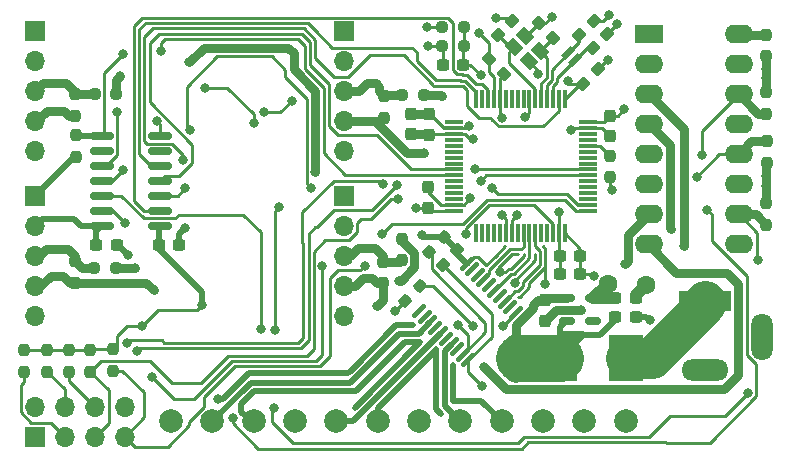
<source format=gtl>
%TF.GenerationSoftware,KiCad,Pcbnew,(6.0.10-0)*%
%TF.CreationDate,2023-01-29T13:48:31-06:00*%
%TF.ProjectId,spudglo_driver_v4p2,73707564-676c-46f5-9f64-72697665725f,rev?*%
%TF.SameCoordinates,Original*%
%TF.FileFunction,Copper,L1,Top*%
%TF.FilePolarity,Positive*%
%FSLAX46Y46*%
G04 Gerber Fmt 4.6, Leading zero omitted, Abs format (unit mm)*
G04 Created by KiCad (PCBNEW (6.0.10-0)) date 2023-01-29 13:48:31*
%MOMM*%
%LPD*%
G01*
G04 APERTURE LIST*
G04 Aperture macros list*
%AMRoundRect*
0 Rectangle with rounded corners*
0 $1 Rounding radius*
0 $2 $3 $4 $5 $6 $7 $8 $9 X,Y pos of 4 corners*
0 Add a 4 corners polygon primitive as box body*
4,1,4,$2,$3,$4,$5,$6,$7,$8,$9,$2,$3,0*
0 Add four circle primitives for the rounded corners*
1,1,$1+$1,$2,$3*
1,1,$1+$1,$4,$5*
1,1,$1+$1,$6,$7*
1,1,$1+$1,$8,$9*
0 Add four rect primitives between the rounded corners*
20,1,$1+$1,$2,$3,$4,$5,0*
20,1,$1+$1,$4,$5,$6,$7,0*
20,1,$1+$1,$6,$7,$8,$9,0*
20,1,$1+$1,$8,$9,$2,$3,0*%
%AMRotRect*
0 Rectangle, with rotation*
0 The origin of the aperture is its center*
0 $1 length*
0 $2 width*
0 $3 Rotation angle, in degrees counterclockwise*
0 Add horizontal line*
21,1,$1,$2,0,0,$3*%
G04 Aperture macros list end*
%TA.AperFunction,SMDPad,CuDef*%
%ADD10RoundRect,0.237500X0.250000X0.237500X-0.250000X0.237500X-0.250000X-0.237500X0.250000X-0.237500X0*%
%TD*%
%TA.AperFunction,ComponentPad*%
%ADD11C,2.000000*%
%TD*%
%TA.AperFunction,SMDPad,CuDef*%
%ADD12RoundRect,0.237500X-0.044194X-0.380070X0.380070X0.044194X0.044194X0.380070X-0.380070X-0.044194X0*%
%TD*%
%TA.AperFunction,SMDPad,CuDef*%
%ADD13RotRect,0.575000X1.140000X135.000000*%
%TD*%
%TA.AperFunction,SMDPad,CuDef*%
%ADD14RotRect,1.000000X1.200000X45.000000*%
%TD*%
%TA.AperFunction,SMDPad,CuDef*%
%ADD15RoundRect,0.237500X-0.380070X0.044194X0.044194X-0.380070X0.380070X-0.044194X-0.044194X0.380070X0*%
%TD*%
%TA.AperFunction,SMDPad,CuDef*%
%ADD16RoundRect,0.237500X-0.300000X-0.237500X0.300000X-0.237500X0.300000X0.237500X-0.300000X0.237500X0*%
%TD*%
%TA.AperFunction,SMDPad,CuDef*%
%ADD17RoundRect,0.237500X0.380070X-0.044194X-0.044194X0.380070X-0.380070X0.044194X0.044194X-0.380070X0*%
%TD*%
%TA.AperFunction,SMDPad,CuDef*%
%ADD18RoundRect,0.237500X0.300000X0.237500X-0.300000X0.237500X-0.300000X-0.237500X0.300000X-0.237500X0*%
%TD*%
%TA.AperFunction,SMDPad,CuDef*%
%ADD19RoundRect,0.237500X-0.237500X0.300000X-0.237500X-0.300000X0.237500X-0.300000X0.237500X0.300000X0*%
%TD*%
%TA.AperFunction,SMDPad,CuDef*%
%ADD20RoundRect,0.237500X0.237500X-0.300000X0.237500X0.300000X-0.237500X0.300000X-0.237500X-0.300000X0*%
%TD*%
%TA.AperFunction,SMDPad,CuDef*%
%ADD21RoundRect,0.237500X-0.237500X0.250000X-0.237500X-0.250000X0.237500X-0.250000X0.237500X0.250000X0*%
%TD*%
%TA.AperFunction,SMDPad,CuDef*%
%ADD22RoundRect,0.237500X-0.008839X-0.344715X0.344715X0.008839X0.008839X0.344715X-0.344715X-0.008839X0*%
%TD*%
%TA.AperFunction,SMDPad,CuDef*%
%ADD23RoundRect,0.237500X-0.250000X-0.237500X0.250000X-0.237500X0.250000X0.237500X-0.250000X0.237500X0*%
%TD*%
%TA.AperFunction,SMDPad,CuDef*%
%ADD24RoundRect,0.237500X0.237500X-0.250000X0.237500X0.250000X-0.237500X0.250000X-0.237500X-0.250000X0*%
%TD*%
%TA.AperFunction,ComponentPad*%
%ADD25R,4.400000X1.800000*%
%TD*%
%TA.AperFunction,ComponentPad*%
%ADD26O,4.000000X1.800000*%
%TD*%
%TA.AperFunction,ComponentPad*%
%ADD27O,1.800000X4.000000*%
%TD*%
%TA.AperFunction,ComponentPad*%
%ADD28R,1.700000X1.700000*%
%TD*%
%TA.AperFunction,ComponentPad*%
%ADD29O,1.700000X1.700000*%
%TD*%
%TA.AperFunction,ComponentPad*%
%ADD30R,2.400000X1.600000*%
%TD*%
%TA.AperFunction,ComponentPad*%
%ADD31O,2.400000X1.600000*%
%TD*%
%TA.AperFunction,SMDPad,CuDef*%
%ADD32RoundRect,0.075000X-0.075000X0.700000X-0.075000X-0.700000X0.075000X-0.700000X0.075000X0.700000X0*%
%TD*%
%TA.AperFunction,SMDPad,CuDef*%
%ADD33RoundRect,0.075000X-0.700000X0.075000X-0.700000X-0.075000X0.700000X-0.075000X0.700000X0.075000X0*%
%TD*%
%TA.AperFunction,SMDPad,CuDef*%
%ADD34RoundRect,0.150000X0.825000X0.150000X-0.825000X0.150000X-0.825000X-0.150000X0.825000X-0.150000X0*%
%TD*%
%TA.AperFunction,SMDPad,CuDef*%
%ADD35RoundRect,0.100000X0.380070X0.521491X-0.521491X-0.380070X-0.380070X-0.521491X0.521491X0.380070X0*%
%TD*%
%TA.AperFunction,SMDPad,CuDef*%
%ADD36RoundRect,0.150000X-0.512500X-0.150000X0.512500X-0.150000X0.512500X0.150000X-0.512500X0.150000X0*%
%TD*%
%TA.AperFunction,SMDPad,CuDef*%
%ADD37R,3.000000X4.000000*%
%TD*%
%TA.AperFunction,ViaPad*%
%ADD38C,0.800000*%
%TD*%
%TA.AperFunction,ViaPad*%
%ADD39C,1.600000*%
%TD*%
%TA.AperFunction,ViaPad*%
%ADD40C,2.000000*%
%TD*%
%TA.AperFunction,Conductor*%
%ADD41C,0.250000*%
%TD*%
%TA.AperFunction,Conductor*%
%ADD42C,0.500000*%
%TD*%
%TA.AperFunction,Conductor*%
%ADD43C,0.750000*%
%TD*%
%TA.AperFunction,Conductor*%
%ADD44C,3.500000*%
%TD*%
%TA.AperFunction,Conductor*%
%ADD45C,2.000000*%
%TD*%
%TA.AperFunction,Conductor*%
%ADD46C,1.000000*%
%TD*%
%TA.AperFunction,Conductor*%
%ADD47C,4.000000*%
%TD*%
G04 APERTURE END LIST*
D10*
%TO.P,R23,1*%
%TO.N,/spudglo_v4p2_micro/NRST*%
X237250000Y-51300000D03*
%TO.P,R23,2*%
%TO.N,GND1*%
X235425000Y-51300000D03*
%TD*%
D11*
%TO.P,J3,1,1*%
%TO.N,+5V*%
X212452000Y-83058000D03*
%TO.P,J3,2,2*%
%TO.N,/spudglo_v4p2_micro/TIM1_CH1_SHIFT*%
X215952000Y-83058000D03*
%TO.P,J3,3,3*%
%TO.N,GND1*%
X219452000Y-83058000D03*
%TO.P,J3,4,4*%
%TO.N,+5V*%
X222952000Y-83058000D03*
%TO.P,J3,5,5*%
%TO.N,/spudglo_v4p2_micro/TIM1_CH2_SHIFT*%
X226452000Y-83058000D03*
%TO.P,J3,6,6*%
%TO.N,GND1*%
X229952000Y-83058000D03*
%TO.P,J3,7,7*%
%TO.N,+5V*%
X233452000Y-83058000D03*
%TO.P,J3,8,8*%
%TO.N,/spudglo_v4p2_micro/TIM1_CH3_SHIFT*%
X236952000Y-83058000D03*
%TO.P,J3,9,9*%
%TO.N,GND1*%
X240452000Y-83058000D03*
%TO.P,J3,10,10*%
%TO.N,+5V*%
X243952000Y-83058000D03*
%TO.P,J3,11,11*%
%TO.N,GND1*%
X247452000Y-83058000D03*
%TO.P,J3,12,12*%
X250952000Y-83058000D03*
%TD*%
D12*
%TO.P,C5,1*%
%TO.N,Net-(U10-Pad4)*%
X247048318Y-50378318D03*
%TO.P,C5,2*%
%TO.N,GND1*%
X248268078Y-49158558D03*
%TD*%
D13*
%TO.P,U7,1,1*%
%TO.N,Net-(C4-Pad1)*%
X246691682Y-52471682D03*
%TO.P,U7,2,2*%
%TO.N,Net-(U10-Pad4)*%
X246108318Y-51888318D03*
%TD*%
D14*
%TO.P,U8,1,IN/OUT*%
%TO.N,/spudglo_v4p2_micro/OSC48_LO*%
X241549340Y-51368579D03*
%TO.P,U8,2,GND*%
%TO.N,GND1*%
X242751421Y-52570660D03*
%TO.P,U8,3,OUT/IN*%
%TO.N,/spudglo_v4p2_micro/OSC48_HI*%
X243670660Y-51651421D03*
%TO.P,U8,4,GND*%
%TO.N,GND1*%
X242468579Y-50449340D03*
%TD*%
D15*
%TO.P,C13,1*%
%TO.N,+3V3*%
X239430240Y-52380240D03*
%TO.P,C13,2*%
%TO.N,GND1*%
X240650000Y-53600000D03*
%TD*%
D16*
%TO.P,C2,1*%
%TO.N,+5V*%
X206140000Y-68110000D03*
%TO.P,C2,2*%
%TO.N,GND1*%
X207865000Y-68110000D03*
%TD*%
D12*
%TO.P,C3,1*%
%TO.N,/spudglo_v4p2_micro/OSC48_LO*%
X240140240Y-50379760D03*
%TO.P,C3,2*%
%TO.N,GND1*%
X241360000Y-49160000D03*
%TD*%
%TO.P,C4,2*%
%TO.N,GND1*%
X249388078Y-50238558D03*
%TO.P,C4,1*%
%TO.N,Net-(C4-Pad1)*%
X248168318Y-51458318D03*
%TD*%
%TO.P,C6,1*%
%TO.N,+5V*%
X235470000Y-69770000D03*
%TO.P,C6,2*%
%TO.N,GND1*%
X236689760Y-68550240D03*
%TD*%
D17*
%TO.P,C7,1*%
%TO.N,/spudglo_v4p2_micro/OSC48_HI*%
X244820000Y-50580000D03*
%TO.P,C7,2*%
%TO.N,GND1*%
X243600240Y-49360240D03*
%TD*%
D18*
%TO.P,C8,1*%
%TO.N,/spudglo_v4p2_micro/NRST*%
X237202500Y-52870000D03*
%TO.P,C8,2*%
%TO.N,GND1*%
X235477500Y-52870000D03*
%TD*%
D19*
%TO.P,C9,1*%
%TO.N,+3V3*%
X249670000Y-57177500D03*
%TO.P,C9,2*%
%TO.N,GND1*%
X249670000Y-58902500D03*
%TD*%
D20*
%TO.P,C10,1*%
%TO.N,+3V3*%
X234300000Y-58772500D03*
%TO.P,C10,2*%
%TO.N,GND1*%
X234300000Y-57047500D03*
%TD*%
D12*
%TO.P,C11,1*%
%TO.N,+3V3*%
X247370120Y-54469880D03*
%TO.P,C11,2*%
%TO.N,GND1*%
X248589880Y-53250120D03*
%TD*%
D20*
%TO.P,C12,1*%
%TO.N,+3V3*%
X234260000Y-64955000D03*
%TO.P,C12,2*%
%TO.N,GND1*%
X234260000Y-63230000D03*
%TD*%
%TO.P,C14,1*%
%TO.N,+3V3*%
X232760000Y-58755000D03*
%TO.P,C14,2*%
%TO.N,GND1*%
X232760000Y-57030000D03*
%TD*%
D19*
%TO.P,C15,1*%
%TO.N,+5V*%
X244100000Y-72797500D03*
%TO.P,C15,2*%
%TO.N,GND1*%
X244100000Y-74522500D03*
%TD*%
D18*
%TO.P,C16,1*%
%TO.N,+3V3*%
X247135000Y-69030000D03*
%TO.P,C16,2*%
%TO.N,GND1*%
X245410000Y-69030000D03*
%TD*%
%TO.P,C17,1*%
%TO.N,+3V3*%
X247132500Y-70590000D03*
%TO.P,C17,2*%
%TO.N,GND1*%
X245407500Y-70590000D03*
%TD*%
D16*
%TO.P,C18,1*%
%TO.N,+3V3*%
X250077500Y-72610000D03*
%TO.P,C18,2*%
%TO.N,GND1*%
X251802500Y-72610000D03*
%TD*%
%TO.P,C19,1*%
%TO.N,+5V*%
X250077500Y-74200000D03*
%TO.P,C19,2*%
%TO.N,GND1*%
X251802500Y-74200000D03*
%TD*%
D21*
%TO.P,R22,1*%
%TO.N,+3V3*%
X200060000Y-77005000D03*
%TO.P,R22,2*%
%TO.N,/spudglo_v4p2_micro/NJTRST*%
X200060000Y-78830000D03*
%TD*%
%TO.P,R21,1*%
%TO.N,+3V3*%
X201980000Y-77025000D03*
%TO.P,R21,2*%
%TO.N,/spudglo_v4p2_micro/JTDO*%
X201980000Y-78850000D03*
%TD*%
%TO.P,R20,1*%
%TO.N,+3V3*%
X205630000Y-77020000D03*
%TO.P,R20,2*%
%TO.N,/spudglo_v4p2_micro/JTDI*%
X205630000Y-78845000D03*
%TD*%
%TO.P,R19,1*%
%TO.N,+3V3*%
X203870000Y-77037500D03*
%TO.P,R19,2*%
%TO.N,/spudglo_v4p2_micro/SWCLK*%
X203870000Y-78862500D03*
%TD*%
%TO.P,R18,1*%
%TO.N,+3V3*%
X207520000Y-76947500D03*
%TO.P,R18,2*%
%TO.N,/spudglo_v4p2_micro/SWDIO*%
X207520000Y-78772500D03*
%TD*%
D22*
%TO.P,R17,1*%
%TO.N,/spudglo_v4p2_micro/LVL_EN*%
X234329530Y-68690470D03*
%TO.P,R17,2*%
%TO.N,GND1*%
X235620000Y-67400000D03*
%TD*%
D23*
%TO.P,R16,1*%
%TO.N,+3V3*%
X235425000Y-49690000D03*
%TO.P,R16,2*%
%TO.N,/spudglo_v4p2_micro/NRST*%
X237250000Y-49690000D03*
%TD*%
D21*
%TO.P,R15,1*%
%TO.N,/spudglo_v4p2_micro/BOOT0*%
X249660000Y-60550000D03*
%TO.P,R15,2*%
%TO.N,GND1*%
X249660000Y-62375000D03*
%TD*%
D22*
%TO.P,R14,1*%
%TO.N,+3V3*%
X232274765Y-72875235D03*
%TO.P,R14,2*%
%TO.N,/spudglo_v4p2_micro/LVL_DIR*%
X233565235Y-71584765D03*
%TD*%
D24*
%TO.P,R13,1*%
%TO.N,+5V*%
X262890000Y-61172500D03*
%TO.P,R13,2*%
%TO.N,/INT_3*%
X262890000Y-59347500D03*
%TD*%
D21*
%TO.P,R12,1*%
%TO.N,+5V*%
X262870000Y-55167500D03*
%TO.P,R12,2*%
%TO.N,/INT_2*%
X262870000Y-56992500D03*
%TD*%
%TO.P,R11,1*%
%TO.N,+5V*%
X262880000Y-64560000D03*
%TO.P,R11,2*%
%TO.N,/INT_4*%
X262880000Y-66385000D03*
%TD*%
D24*
%TO.P,R10,1*%
%TO.N,+5V*%
X262870000Y-52155000D03*
%TO.P,R10,2*%
%TO.N,/INT_1*%
X262870000Y-50330000D03*
%TD*%
D21*
%TO.P,R9,1*%
%TO.N,Net-(R9-Pad1)*%
X232000000Y-67595000D03*
%TO.P,R9,2*%
%TO.N,/OUT_4_P*%
X232000000Y-69420000D03*
%TD*%
D10*
%TO.P,R8,1*%
%TO.N,Net-(R8-Pad1)*%
X233885000Y-55430000D03*
%TO.P,R8,2*%
%TO.N,/OUT_3_P*%
X232060000Y-55430000D03*
%TD*%
%TO.P,R7,1*%
%TO.N,Net-(R7-Pad1)*%
X207785000Y-70100000D03*
%TO.P,R7,2*%
%TO.N,/OUT_2_P*%
X205960000Y-70100000D03*
%TD*%
%TO.P,R6,1*%
%TO.N,Net-(R6-Pad1)*%
X207815000Y-55350000D03*
%TO.P,R6,2*%
%TO.N,/OUT_1_P*%
X205990000Y-55350000D03*
%TD*%
D21*
%TO.P,R5,1*%
%TO.N,/OUT_3_P*%
X230470000Y-55510000D03*
%TO.P,R5,2*%
%TO.N,/OUT_3_N*%
X230470000Y-57335000D03*
%TD*%
%TO.P,R4,1*%
%TO.N,/OUT_2_P*%
X204360000Y-69487500D03*
%TO.P,R4,2*%
%TO.N,/OUT_2_N*%
X204360000Y-71312500D03*
%TD*%
%TO.P,R3,1*%
%TO.N,/OUT_4_P*%
X230430000Y-69527500D03*
%TO.P,R3,2*%
%TO.N,/OUT_4_N*%
X230430000Y-71352500D03*
%TD*%
%TO.P,R1,1*%
%TO.N,/OUT_1_P*%
X204360000Y-55357500D03*
%TO.P,R1,2*%
%TO.N,/OUT_1_N*%
X204360000Y-57182500D03*
%TD*%
D16*
%TO.P,C1,1*%
%TO.N,+3V3*%
X211447500Y-68130000D03*
%TO.P,C1,2*%
%TO.N,GND1*%
X213172500Y-68130000D03*
%TD*%
D25*
%TO.P,J2,1*%
%TO.N,Net-(F1-Pad1)*%
X257718000Y-72898000D03*
D26*
%TO.P,J2,2*%
%TO.N,GND1*%
X257718000Y-78698000D03*
D27*
%TO.P,J2,3*%
X262518000Y-75898000D03*
%TD*%
D28*
%TO.P,U1,1,IN-*%
%TO.N,GND1*%
X200914000Y-50038000D03*
D29*
%TO.P,U1,2,IN+*%
%TO.N,+5V*%
X200914000Y-52578000D03*
%TO.P,U1,3,OUT+*%
%TO.N,/OUT_1_P*%
X200914000Y-55118000D03*
%TO.P,U1,4,OUT-*%
%TO.N,/OUT_1_N*%
X200914000Y-57658000D03*
%TO.P,U1,5,KEY*%
%TO.N,unconnected-(U1-Pad5)*%
X200914000Y-60198000D03*
%TD*%
D28*
%TO.P,U3,1,IN-*%
%TO.N,GND1*%
X227076000Y-64008000D03*
D29*
%TO.P,U3,2,IN+*%
%TO.N,+5V*%
X227076000Y-66548000D03*
%TO.P,U3,3,OUT+*%
%TO.N,/OUT_4_P*%
X227076000Y-69088000D03*
%TO.P,U3,4,OUT-*%
%TO.N,/OUT_4_N*%
X227076000Y-71628000D03*
%TO.P,U3,5,KEY*%
%TO.N,unconnected-(U3-Pad5)*%
X227076000Y-74168000D03*
%TD*%
D28*
%TO.P,U4,1,IN-*%
%TO.N,GND1*%
X200914000Y-64008000D03*
D29*
%TO.P,U4,2,IN+*%
%TO.N,+5V*%
X200914000Y-66548000D03*
%TO.P,U4,3,OUT+*%
%TO.N,/OUT_2_P*%
X200914000Y-69088000D03*
%TO.P,U4,4,OUT-*%
%TO.N,/OUT_2_N*%
X200914000Y-71628000D03*
%TO.P,U4,5,KEY*%
%TO.N,unconnected-(U4-Pad5)*%
X200914000Y-74168000D03*
%TD*%
D28*
%TO.P,U5,1,IN-*%
%TO.N,GND1*%
X227076000Y-50038000D03*
D29*
%TO.P,U5,2,IN+*%
%TO.N,+5V*%
X227076000Y-52578000D03*
%TO.P,U5,3,OUT+*%
%TO.N,/OUT_3_P*%
X227076000Y-55118000D03*
%TO.P,U5,4,OUT-*%
%TO.N,/OUT_3_N*%
X227076000Y-57658000D03*
%TO.P,U5,5,KEY*%
%TO.N,unconnected-(U5-Pad5)*%
X227076000Y-60198000D03*
%TD*%
D28*
%TO.P,J1,1,Pin_1*%
%TO.N,GND1*%
X200924000Y-84333000D03*
D29*
%TO.P,J1,2,Pin_2*%
%TO.N,/spudglo_v4p2_micro/NRST*%
X200924000Y-81793000D03*
%TO.P,J1,3,Pin_3*%
%TO.N,/spudglo_v4p2_micro/NJTRST*%
X203464000Y-84333000D03*
%TO.P,J1,4,Pin_4*%
%TO.N,/spudglo_v4p2_micro/JTDO*%
X203464000Y-81793000D03*
%TO.P,J1,5,Pin_5*%
%TO.N,/spudglo_v4p2_micro/JTDI*%
X206004000Y-84333000D03*
%TO.P,J1,6,Pin_6*%
%TO.N,/spudglo_v4p2_micro/SWCLK*%
X206004000Y-81793000D03*
%TO.P,J1,7,Pin_7*%
%TO.N,/spudglo_v4p2_micro/SWDIO*%
X208544000Y-84333000D03*
%TO.P,J1,8,Pin_8*%
%TO.N,+3V3*%
X208544000Y-81793000D03*
%TD*%
D30*
%TO.P,U6,1,Anode_1*%
%TO.N,Net-(R6-Pad1)*%
X252900000Y-50280000D03*
D31*
%TO.P,U6,2,Cathode_1*%
%TO.N,/OUT_1_N*%
X252900000Y-52820000D03*
%TO.P,U6,3,Anode_2*%
%TO.N,Net-(R7-Pad1)*%
X252900000Y-55360000D03*
%TO.P,U6,4,Cathode_2*%
%TO.N,/OUT_2_N*%
X252900000Y-57900000D03*
%TO.P,U6,5,Anode_3*%
%TO.N,Net-(R8-Pad1)*%
X252900000Y-60440000D03*
%TO.P,U6,6,Cathode_3*%
%TO.N,/OUT_3_N*%
X252900000Y-62980000D03*
%TO.P,U6,7,Anode_4*%
%TO.N,Net-(R9-Pad1)*%
X252900000Y-65520000D03*
%TO.P,U6,8,Cathode_4*%
%TO.N,/OUT_4_N*%
X252900000Y-68060000D03*
%TO.P,U6,9,Emitter_4*%
%TO.N,GND1*%
X260520000Y-68060000D03*
%TO.P,U6,10,Collector_4*%
%TO.N,/INT_4*%
X260520000Y-65520000D03*
%TO.P,U6,11,Emitter_3*%
%TO.N,GND1*%
X260520000Y-62980000D03*
%TO.P,U6,12,Collector_3*%
%TO.N,/INT_3*%
X260520000Y-60440000D03*
%TO.P,U6,13,Emitter_2*%
%TO.N,GND1*%
X260520000Y-57900000D03*
%TO.P,U6,14,Collector_2*%
%TO.N,/INT_2*%
X260520000Y-55360000D03*
%TO.P,U6,15,Emitter_1*%
%TO.N,GND1*%
X260520000Y-52820000D03*
%TO.P,U6,16,Collector_1*%
%TO.N,/INT_1*%
X260520000Y-50280000D03*
%TD*%
D32*
%TO.P,U10,1,VBAT*%
%TO.N,+3V3*%
X245812000Y-55793000D03*
%TO.P,U10,2,PC13/WKUP2*%
%TO.N,WKUP2*%
X245312000Y-55793000D03*
%TO.P,U10,3,PC14_OSC32_IN*%
%TO.N,Net-(C4-Pad1)*%
X244812000Y-55793000D03*
%TO.P,U10,4,PC15_OSC32_OUT*%
%TO.N,Net-(U10-Pad4)*%
X244312000Y-55793000D03*
%TO.P,U10,5,PH0/OSCIN*%
%TO.N,/spudglo_v4p2_micro/OSC48_HI*%
X243812000Y-55793000D03*
%TO.P,U10,6,PH1/OSCOUT*%
%TO.N,/spudglo_v4p2_micro/OSC48_LO*%
X243312000Y-55793000D03*
%TO.P,U10,7,NRST*%
%TO.N,/spudglo_v4p2_micro/NRST*%
X242812000Y-55793000D03*
%TO.P,U10,8,PC0/LPUART1_RX*%
%TO.N,unconnected-(U10-Pad8)*%
X242312000Y-55793000D03*
%TO.P,U10,9,PC1/LPUART1_TX*%
%TO.N,unconnected-(U10-Pad9)*%
X241812000Y-55793000D03*
%TO.P,U10,10,PC2/SPI2_MISO*%
%TO.N,unconnected-(U10-Pad10)*%
X241312000Y-55793000D03*
%TO.P,U10,11,PC3/SPI2_MOSI*%
%TO.N,unconnected-(U10-Pad11)*%
X240812000Y-55793000D03*
%TO.P,U10,12,VSSA*%
%TO.N,GND1*%
X240312000Y-55793000D03*
%TO.P,U10,13,VDDA*%
%TO.N,+3V3*%
X239812000Y-55793000D03*
%TO.P,U10,14,PA0_WKUP1*%
%TO.N,WKUP1*%
X239312000Y-55793000D03*
%TO.P,U10,15,PA1_SPI1_SCK*%
%TO.N,unconnected-(U10-Pad15)*%
X238812000Y-55793000D03*
%TO.P,U10,16,PA2/LPUART1_TX/TIM2_CH3/WKUP4*%
%TO.N,WKUP4*%
X238312000Y-55793000D03*
D33*
%TO.P,U10,17,PA3/LPUART1_RX/TIM2_CH4*%
%TO.N,unconnected-(U10-Pad17)*%
X236387000Y-57718000D03*
%TO.P,U10,18,VSS*%
%TO.N,GND1*%
X236387000Y-58218000D03*
%TO.P,U10,19,VDD*%
%TO.N,+3V3*%
X236387000Y-58718000D03*
%TO.P,U10,20,PA4/SPI1_NSS/LPTIM2_OUT*%
%TO.N,unconnected-(U10-Pad20)*%
X236387000Y-59218000D03*
%TO.P,U10,21,PA5/SPI1_SCK/TIM2_CH1*%
%TO.N,unconnected-(U10-Pad21)*%
X236387000Y-59718000D03*
%TO.P,U10,22,PA6/TIM16_CH1*%
%TO.N,unconnected-(U10-Pad22)*%
X236387000Y-60218000D03*
%TO.P,U10,23,PA7/SPI1_MOSI*%
%TO.N,unconnected-(U10-Pad23)*%
X236387000Y-60718000D03*
%TO.P,U10,24,PC4/USART3_TX*%
%TO.N,unconnected-(U10-Pad24)*%
X236387000Y-61218000D03*
%TO.P,U10,25,PC5/USART3_RX/WKUP5*%
%TO.N,WKUP3*%
X236387000Y-61718000D03*
%TO.P,U10,26,PB0*%
%TO.N,INT_LVL_EN*%
X236387000Y-62218000D03*
%TO.P,U10,27,PB1*%
%TO.N,unconnected-(U10-Pad27)*%
X236387000Y-62718000D03*
%TO.P,U10,28,PB2*%
%TO.N,unconnected-(U10-Pad28)*%
X236387000Y-63218000D03*
%TO.P,U10,29,PB10/LPUART1_RX/SPI2_SCK/TIM2_CH3/I2C2_SCL*%
%TO.N,unconnected-(U10-Pad29)*%
X236387000Y-63718000D03*
%TO.P,U10,30,PB11/USART3_RX/LPUART1_TX/TIM2_CH4/I2C2_SDA*%
%TO.N,unconnected-(U10-Pad30)*%
X236387000Y-64218000D03*
%TO.P,U10,31,VSS*%
%TO.N,GND1*%
X236387000Y-64718000D03*
%TO.P,U10,32,VDD*%
%TO.N,+3V3*%
X236387000Y-65218000D03*
D32*
%TO.P,U10,33,PB12*%
%TO.N,unconnected-(U10-Pad33)*%
X238312000Y-67143000D03*
%TO.P,U10,34,PB13*%
%TO.N,unconnected-(U10-Pad34)*%
X238812000Y-67143000D03*
%TO.P,U10,35,PB14/SPI2_MISO/TIM15_CH1*%
%TO.N,unconnected-(U10-Pad35)*%
X239312000Y-67143000D03*
%TO.P,U10,36,PB15/SPI2_MOSI/TIM15_CH2*%
%TO.N,unconnected-(U10-Pad36)*%
X239812000Y-67143000D03*
%TO.P,U10,37,PC6*%
%TO.N,unconnected-(U10-Pad37)*%
X240312000Y-67143000D03*
%TO.P,U10,38,PC7*%
%TO.N,/spudglo_v4p2_micro/LVL_EN*%
X240812000Y-67143000D03*
%TO.P,U10,39,PC8*%
%TO.N,/spudglo_v4p2_micro/LVL_DIR*%
X241312000Y-67143000D03*
%TO.P,U10,40,PC9*%
%TO.N,unconnected-(U10-Pad40)*%
X241812000Y-67143000D03*
%TO.P,U10,41,PA8/TIM1_CH1*%
%TO.N,/spudglo_v4p2_micro/TIM1_CH1*%
X242312000Y-67143000D03*
%TO.P,U10,42,PA9/TIM1_CH2/USART1_TX*%
%TO.N,/spudglo_v4p2_micro/TIM1_CH2*%
X242812000Y-67143000D03*
%TO.P,U10,43,PA10/TIM1_CH3/USART1_RX*%
%TO.N,/spudglo_v4p2_micro/TIM1_CH3*%
X243312000Y-67143000D03*
%TO.P,U10,44,PA11/TIM1_CH4/SPI1_MISO*%
%TO.N,unconnected-(U10-Pad44)*%
X243812000Y-67143000D03*
%TO.P,U10,45,PA12/SPI_MOSI*%
%TO.N,unconnected-(U10-Pad45)*%
X244312000Y-67143000D03*
%TO.P,U10,46,PA13/SWDIO*%
%TO.N,/spudglo_v4p2_micro/SWDIO*%
X244812000Y-67143000D03*
%TO.P,U10,47,VSS*%
%TO.N,GND1*%
X245312000Y-67143000D03*
%TO.P,U10,48,VDDUSB*%
%TO.N,+3V3*%
X245812000Y-67143000D03*
D33*
%TO.P,U10,49,PA14/SWCLK*%
%TO.N,/spudglo_v4p2_micro/SWCLK*%
X247737000Y-65218000D03*
%TO.P,U10,50,PA15/JTDI*%
%TO.N,/spudglo_v4p2_micro/JTDI*%
X247737000Y-64718000D03*
%TO.P,U10,51,PC10*%
%TO.N,unconnected-(U10-Pad51)*%
X247737000Y-64218000D03*
%TO.P,U10,52,PC11/SPI3_MISO/USART3_RX*%
%TO.N,unconnected-(U10-Pad52)*%
X247737000Y-63718000D03*
%TO.P,U10,53,PC12/SPI3_MOSI*%
%TO.N,unconnected-(U10-Pad53)*%
X247737000Y-63218000D03*
%TO.P,U10,54,PD2*%
%TO.N,unconnected-(U10-Pad54)*%
X247737000Y-62718000D03*
%TO.P,U10,55,PB3/JTDO-TRACE-SWO*%
%TO.N,/spudglo_v4p2_micro/JTDO*%
X247737000Y-62218000D03*
%TO.P,U10,56,PB4/NJTRST*%
%TO.N,/spudglo_v4p2_micro/NJTRST*%
X247737000Y-61718000D03*
%TO.P,U10,57,PB5/SPI1_MOSI/SPI3_MOSI*%
%TO.N,unconnected-(U10-Pad57)*%
X247737000Y-61218000D03*
%TO.P,U10,58,PB6/USART1_TX*%
%TO.N,unconnected-(U10-Pad58)*%
X247737000Y-60718000D03*
%TO.P,U10,59,PB7/USART1_RX*%
%TO.N,unconnected-(U10-Pad59)*%
X247737000Y-60218000D03*
%TO.P,U10,60,PH3/BOOT0*%
%TO.N,/spudglo_v4p2_micro/BOOT0*%
X247737000Y-59718000D03*
%TO.P,U10,61,PB8/I2C1_SCL/TIM16_CH1*%
%TO.N,unconnected-(U10-Pad61)*%
X247737000Y-59218000D03*
%TO.P,U10,62,PB9/I2C1_SDA/SPI2_NSS*%
%TO.N,unconnected-(U10-Pad62)*%
X247737000Y-58718000D03*
%TO.P,U10,63,VSS*%
%TO.N,GND1*%
X247737000Y-58218000D03*
%TO.P,U10,64,VDD*%
%TO.N,+3V3*%
X247737000Y-57718000D03*
%TD*%
D34*
%TO.P,U2,1,VCCA*%
%TO.N,+3V3*%
X211545000Y-66510000D03*
%TO.P,U2,2,A1*%
%TO.N,WKUP1*%
X211545000Y-65240000D03*
%TO.P,U2,3,A2*%
%TO.N,WKUP2*%
X211545000Y-63970000D03*
%TO.P,U2,4,A3*%
%TO.N,WKUP3*%
X211545000Y-62700000D03*
%TO.P,U2,5,A4*%
%TO.N,WKUP4*%
X211545000Y-61430000D03*
%TO.P,U2,6,NC1*%
%TO.N,unconnected-(U2-Pad6)*%
X211545000Y-60160000D03*
%TO.P,U2,7,GND*%
%TO.N,GND1*%
X211545000Y-58890000D03*
%TO.P,U2,8,OE*%
%TO.N,INT_LVL_EN*%
X206595000Y-58890000D03*
%TO.P,U2,9,NC2*%
%TO.N,unconnected-(U2-Pad9)*%
X206595000Y-60160000D03*
%TO.P,U2,10,B4*%
%TO.N,/INT_4*%
X206595000Y-61430000D03*
%TO.P,U2,11,B3*%
%TO.N,/INT_3*%
X206595000Y-62700000D03*
%TO.P,U2,12,B2*%
%TO.N,/INT_2*%
X206595000Y-63970000D03*
%TO.P,U2,13,B1*%
%TO.N,/INT_1*%
X206595000Y-65240000D03*
%TO.P,U2,14,VCCB*%
%TO.N,+5V*%
X206595000Y-66510000D03*
%TD*%
D35*
%TO.P,U9,1,DIR*%
%TO.N,/spudglo_v4p2_micro/LVL_DIR*%
X241662380Y-73834194D03*
%TO.P,U9,2,A1*%
%TO.N,unconnected-(U9-Pad2)*%
X241202761Y-73374575D03*
%TO.P,U9,3,A2*%
%TO.N,/spudglo_v4p2_micro/TIM1_CH3*%
X240743142Y-72914955D03*
%TO.P,U9,4,A3*%
%TO.N,unconnected-(U9-Pad4)*%
X240283522Y-72455336D03*
%TO.P,U9,5,A4*%
%TO.N,/spudglo_v4p2_micro/TIM1_CH2*%
X239823903Y-71995717D03*
%TO.P,U9,6,A5*%
%TO.N,unconnected-(U9-Pad6)*%
X239364283Y-71536097D03*
%TO.P,U9,7,A6*%
%TO.N,/spudglo_v4p2_micro/TIM1_CH1*%
X238904664Y-71076478D03*
%TO.P,U9,8,A7*%
%TO.N,unconnected-(U9-Pad8)*%
X238445045Y-70616858D03*
%TO.P,U9,9,A8*%
%TO.N,unconnected-(U9-Pad9)*%
X237985425Y-70157239D03*
%TO.P,U9,10,GND*%
%TO.N,GND1*%
X237525806Y-69697620D03*
%TO.P,U9,11,B8*%
%TO.N,unconnected-(U9-Pad11)*%
X233477620Y-73745806D03*
%TO.P,U9,12,B7*%
%TO.N,unconnected-(U9-Pad12)*%
X233937239Y-74205425D03*
%TO.P,U9,13,B6*%
%TO.N,/spudglo_v4p2_micro/TIM1_CH1_SHIFT*%
X234396858Y-74665045D03*
%TO.P,U9,14,B5*%
%TO.N,unconnected-(U9-Pad14)*%
X234856478Y-75124664D03*
%TO.P,U9,15,B4*%
%TO.N,/spudglo_v4p2_micro/TIM1_CH2_SHIFT*%
X235316097Y-75584283D03*
%TO.P,U9,16,B3*%
%TO.N,unconnected-(U9-Pad16)*%
X235775717Y-76043903D03*
%TO.P,U9,17,B2*%
%TO.N,/spudglo_v4p2_micro/TIM1_CH3_SHIFT*%
X236235336Y-76503522D03*
%TO.P,U9,18,B1*%
%TO.N,unconnected-(U9-Pad18)*%
X236694955Y-76963142D03*
%TO.P,U9,19,OE_N*%
%TO.N,/spudglo_v4p2_micro/LVL_EN*%
X237154575Y-77422761D03*
%TO.P,U9,20,VCC*%
%TO.N,+5V*%
X237614194Y-77882380D03*
%TD*%
D36*
%TO.P,U11,1,IN*%
%TO.N,+5V*%
X245962500Y-72630000D03*
%TO.P,U11,2,GND*%
%TO.N,GND1*%
X245962500Y-73580000D03*
%TO.P,U11,3,EN*%
%TO.N,+5V*%
X245962500Y-74530000D03*
%TO.P,U11,4,NC*%
%TO.N,unconnected-(U11-Pad4)*%
X248237500Y-74530000D03*
%TO.P,U11,5,OUT*%
%TO.N,+3V3*%
X248237500Y-72630000D03*
%TD*%
D21*
%TO.P,R2,1*%
%TO.N,INT_LVL_EN*%
X204460000Y-58837500D03*
%TO.P,R2,2*%
%TO.N,GND1*%
X204460000Y-60662500D03*
%TD*%
D37*
%TO.P,F1,1,1*%
%TO.N,Net-(F1-Pad1)*%
X251010000Y-77660000D03*
%TO.P,F1,2,2*%
%TO.N,+5V*%
X245410000Y-77660000D03*
%TD*%
D38*
%TO.N,GND1*%
X244110000Y-71400000D03*
X240340000Y-70380000D03*
X241560000Y-71300000D03*
X233700000Y-67290000D03*
X216450000Y-81190000D03*
%TO.N,/INT_1*%
X220310000Y-56870000D03*
X222670000Y-55920000D03*
%TO.N,/INT_2*%
X257890000Y-65120000D03*
X217710000Y-82730000D03*
X220070000Y-75230000D03*
%TO.N,/INT_4*%
X215330000Y-54790000D03*
X219480000Y-57790000D03*
X221610000Y-64860000D03*
X221230000Y-75330000D03*
%TO.N,/INT_2*%
X257400000Y-60470000D03*
%TO.N,/INT_3*%
X256970000Y-62360000D03*
%TO.N,/INT_4*%
X221220000Y-81940000D03*
X261293000Y-80637000D03*
X262190000Y-69350000D03*
%TO.N,/spudglo_v4p2_micro/NRST*%
X214090000Y-58390000D03*
X224350000Y-63280000D03*
%TO.N,+3V3*%
X210020000Y-74960000D03*
%TO.N,/spudglo_v4p2_micro/NJTRST*%
X208740000Y-76420000D03*
%TO.N,/spudglo_v4p2_micro/JTDO*%
X209570000Y-77090000D03*
%TO.N,/spudglo_v4p2_micro/SWCLK*%
X210890000Y-79280000D03*
X225290000Y-69900000D03*
%TO.N,/OUT_2_N*%
X211040000Y-71970000D03*
%TO.N,Net-(R7-Pad1)*%
X255870000Y-68210000D03*
%TO.N,/OUT_2_N*%
X254770000Y-66740000D03*
%TO.N,/INT_1*%
X208530000Y-66220000D03*
%TO.N,/spudglo_v4p2_micro/SWDIO*%
X228900000Y-69860000D03*
%TO.N,/spudglo_v4p2_micro/SWCLK*%
X230370000Y-67160000D03*
%TO.N,/spudglo_v4p2_micro/JTDI*%
X231650000Y-64250000D03*
%TO.N,/spudglo_v4p2_micro/JTDO*%
X231580000Y-63060000D03*
%TO.N,/spudglo_v4p2_micro/NJTRST*%
X230420000Y-62950000D03*
%TO.N,Net-(R9-Pad1)*%
X231790000Y-71140000D03*
%TO.N,/spudglo_v4p2_micro/JTDI*%
X239650000Y-63320000D03*
%TO.N,/spudglo_v4p2_micro/SWDIO*%
X237450000Y-67160000D03*
%TO.N,/spudglo_v4p2_micro/JTDO*%
X238710000Y-62660000D03*
%TO.N,/spudglo_v4p2_micro/NJTRST*%
X238242000Y-61718000D03*
%TO.N,/INT_3*%
X208410000Y-61730000D03*
%TO.N,/INT_4*%
X207900000Y-56830000D03*
%TO.N,+3V3*%
X215060000Y-73190000D03*
%TO.N,Net-(R7-Pad1)*%
X209460000Y-70090000D03*
%TO.N,/OUT_1_N*%
X213980000Y-52660000D03*
X224700000Y-61900000D03*
%TO.N,/OUT_3_N*%
X233890000Y-60340000D03*
%TO.N,Net-(R6-Pad1)*%
X208170000Y-53780000D03*
%TO.N,/spudglo_v4p2_micro/NRST*%
X238680000Y-53740000D03*
%TO.N,Net-(R8-Pad1)*%
X235380000Y-55540000D03*
%TO.N,Net-(R9-Pad1)*%
X250870000Y-69740000D03*
%TO.N,/OUT_4_N*%
X238960000Y-78460000D03*
X229910000Y-73280000D03*
%TO.N,GND1*%
X249770000Y-63430000D03*
X208790000Y-68950000D03*
X213680000Y-66690000D03*
%TO.N,INT_LVL_EN*%
X208410000Y-51950000D03*
X211660000Y-51700000D03*
%TO.N,GND1*%
X211265000Y-57655000D03*
%TO.N,WKUP2*%
X213520000Y-60900000D03*
X213690000Y-63330000D03*
%TO.N,/spudglo_v4p2_micro/NRST*%
X242440000Y-57320000D03*
%TO.N,/spudglo_v4p2_micro/LVL_EN*%
X236770000Y-74870000D03*
X240470000Y-65560000D03*
%TO.N,/spudglo_v4p2_micro/LVL_DIR*%
X241800000Y-65540000D03*
D39*
%TO.N,+3V3*%
X249470000Y-71390000D03*
D38*
X248300000Y-70760000D03*
%TO.N,GND1*%
X245312000Y-65342000D03*
%TO.N,+3V3*%
X233225000Y-64955000D03*
X238010000Y-59160000D03*
X250840000Y-56640000D03*
X246045000Y-54235000D03*
%TO.N,+5V*%
X238840000Y-80080000D03*
%TO.N,+3V3*%
X231470000Y-73690000D03*
%TO.N,/spudglo_v4p2_micro/LVL_DIR*%
X238060000Y-75000000D03*
X240565000Y-74975000D03*
D39*
%TO.N,GND1*%
X252720000Y-71470000D03*
D38*
X253010000Y-74500000D03*
X247140000Y-73600000D03*
%TO.N,+3V3*%
X234180000Y-49690000D03*
%TO.N,GND1*%
X234220000Y-51300000D03*
%TO.N,+3V3*%
X238551494Y-50168506D03*
%TO.N,+5V*%
X262880000Y-63150000D03*
X262880000Y-62310000D03*
X262870000Y-54010000D03*
X262870000Y-53200000D03*
D40*
X241660000Y-78760000D03*
X241660000Y-76640000D03*
D38*
%TO.N,GND1*%
X237730000Y-58050000D03*
X237770000Y-64180000D03*
X246365000Y-58365000D03*
X249480000Y-52430000D03*
X240520000Y-57350000D03*
X244720000Y-48800000D03*
X240020000Y-48880000D03*
X249530000Y-48670000D03*
X250250000Y-49400000D03*
X243560000Y-53650000D03*
%TD*%
D41*
%TO.N,GND1*%
X242356802Y-68866802D02*
X242343198Y-68853198D01*
X242356802Y-69056802D02*
X242356802Y-68866802D01*
X241342792Y-68920000D02*
X241840000Y-68920000D01*
X240340000Y-70380000D02*
X240190000Y-70230000D01*
X240190000Y-70230000D02*
X240190000Y-70072792D01*
X240190000Y-70072792D02*
X241342792Y-68920000D01*
%TO.N,/spudglo_v4p2_micro/TIM1_CH1*%
X238904664Y-71076478D02*
X239391536Y-70589606D01*
X239391536Y-70589606D02*
X239391536Y-70234860D01*
X239391536Y-70234860D02*
X241156396Y-68470000D01*
X242312000Y-68248000D02*
X242312000Y-67143000D01*
X242090000Y-68470000D02*
X242312000Y-68248000D01*
X241156396Y-68470000D02*
X242090000Y-68470000D01*
%TO.N,GND1*%
X237525806Y-69697620D02*
X237622380Y-69697620D01*
X237622380Y-69697620D02*
X238160000Y-69160000D01*
X238490787Y-69160000D02*
X239160394Y-69829606D01*
X238160000Y-69160000D02*
X238490787Y-69160000D01*
X239160394Y-69829606D02*
X239950000Y-69040000D01*
X239950000Y-69040000D02*
X239950000Y-69020000D01*
X239950000Y-69020000D02*
X240727000Y-68243000D01*
X242026701Y-72495000D02*
X241820000Y-72495000D01*
X242805698Y-71716003D02*
X242026701Y-72495000D01*
X244162000Y-69898000D02*
X244162000Y-70019396D01*
X244162000Y-70019396D02*
X242805698Y-71375698D01*
X242805698Y-71375698D02*
X242805698Y-71716003D01*
X244162000Y-69898000D02*
X244162000Y-68448432D01*
X244162000Y-71348000D02*
X244162000Y-69898000D01*
X244162000Y-68448432D02*
X243951784Y-68238216D01*
X244110000Y-71400000D02*
X244162000Y-71348000D01*
%TO.N,/spudglo_v4p2_micro/TIM1_CH3*%
X243312000Y-67143000D02*
X243312000Y-68234828D01*
X243712000Y-68634828D02*
X243712000Y-69833000D01*
X243312000Y-68234828D02*
X243712000Y-68634828D01*
X242285000Y-71600305D02*
X241840305Y-72045000D01*
X241840305Y-72045000D02*
X241613097Y-72045000D01*
X243712000Y-69833000D02*
X242285000Y-71260000D01*
X242285000Y-71260000D02*
X242285000Y-71600305D01*
X241613097Y-72045000D02*
X240743142Y-72914955D01*
%TO.N,GND1*%
X243262000Y-69424396D02*
X243262000Y-68880000D01*
X241560000Y-71126396D02*
X243262000Y-69424396D01*
X241560000Y-71300000D02*
X241560000Y-71126396D01*
X241288604Y-70125000D02*
X242356802Y-69056802D01*
X241270000Y-70125000D02*
X241288604Y-70125000D01*
X240803224Y-70380000D02*
X240931612Y-70251612D01*
X241058224Y-70125000D02*
X241270000Y-70125000D01*
X240340000Y-70380000D02*
X240803224Y-70380000D01*
X240931612Y-70251612D02*
X241058224Y-70125000D01*
%TO.N,/spudglo_v4p2_micro/TIM1_CH2*%
X242812000Y-67143000D02*
X242812000Y-69238000D01*
X241475000Y-70575000D02*
X241244620Y-70575000D01*
X242812000Y-69238000D02*
X241475000Y-70575000D01*
X241244620Y-70575000D02*
X239823903Y-71995717D01*
D42*
%TO.N,GND1*%
X233810000Y-67400000D02*
X233700000Y-67290000D01*
X235620000Y-67400000D02*
X233810000Y-67400000D01*
D41*
X237525806Y-69624194D02*
X237525806Y-69697620D01*
D42*
X232910000Y-74880000D02*
X232960000Y-74930000D01*
X227460025Y-78960025D02*
X227675025Y-78745025D01*
X216830050Y-81190000D02*
X218495025Y-79525025D01*
X219060025Y-78960025D02*
X227460025Y-78960025D01*
X227675025Y-78745025D02*
X231540050Y-74880000D01*
X231540050Y-74880000D02*
X232910000Y-74880000D01*
X216450000Y-81190000D02*
X216830050Y-81190000D01*
X218495025Y-79525025D02*
X219060025Y-78960025D01*
X236323464Y-81340000D02*
X236323464Y-78290000D01*
X240452000Y-83058000D02*
X238734000Y-81340000D01*
X238734000Y-81340000D02*
X236323464Y-81340000D01*
X234920000Y-82015950D02*
X235333515Y-82429464D01*
X234920000Y-79010000D02*
X234920000Y-82015950D01*
X229952000Y-83058000D02*
X229952000Y-81938330D01*
X234925165Y-76974835D02*
X234925165Y-76965165D01*
X229952000Y-81938330D02*
X230240330Y-81650000D01*
X230250000Y-81650000D02*
X234925165Y-76974835D01*
X230240330Y-81650000D02*
X230250000Y-81650000D01*
X234925165Y-76965165D02*
X234920000Y-76970330D01*
X234920000Y-76970330D02*
X234920000Y-79010000D01*
X233560000Y-76350000D02*
X233560000Y-76350430D01*
X233540000Y-76330000D02*
X233560000Y-76350000D01*
X219452000Y-83058000D02*
X219240082Y-83058000D01*
X219240082Y-83058000D02*
X218420000Y-82237918D01*
X228160025Y-80469975D02*
X232300000Y-76330000D01*
X219529975Y-80469975D02*
X228160025Y-80469975D01*
X218420000Y-82237918D02*
X218420000Y-81579950D01*
X218420000Y-81579950D02*
X219529975Y-80469975D01*
X233560000Y-76350430D02*
X228015215Y-81895216D01*
X232300000Y-76330000D02*
X233540000Y-76330000D01*
D41*
%TO.N,WKUP2*%
X213690000Y-63330000D02*
X213050000Y-63970000D01*
X213050000Y-63970000D02*
X211545000Y-63970000D01*
%TO.N,GND1*%
X211265000Y-57655000D02*
X211545000Y-57935000D01*
X211545000Y-57935000D02*
X211545000Y-58890000D01*
%TO.N,INT_LVL_EN*%
X223240000Y-50710000D02*
X223790000Y-51260000D01*
X211970000Y-50710000D02*
X223240000Y-50710000D01*
X211660000Y-51020000D02*
X211970000Y-50710000D01*
X211660000Y-51700000D02*
X211660000Y-51020000D01*
X223790000Y-51260000D02*
X223790000Y-53200000D01*
X223790000Y-53200000D02*
X225390000Y-54800000D01*
X225390000Y-54800000D02*
X225390000Y-60370000D01*
X225390000Y-60370000D02*
X227238000Y-62218000D01*
X227238000Y-62218000D02*
X236387000Y-62218000D01*
%TO.N,+3V3*%
X215060000Y-73190000D02*
X214650000Y-73600000D01*
X214650000Y-73600000D02*
X211380000Y-73600000D01*
X211380000Y-73600000D02*
X210020000Y-74960000D01*
D42*
X215060000Y-73190000D02*
X215060000Y-72090000D01*
X215060000Y-72090000D02*
X211447500Y-68477500D01*
X211447500Y-68477500D02*
X211447500Y-68130000D01*
D41*
%TO.N,/spudglo_v4p2_micro/NJTRST*%
X238242000Y-61718000D02*
X247737000Y-61718000D01*
%TO.N,/spudglo_v4p2_micro/SWCLK*%
X247737000Y-65218000D02*
X246759919Y-65218000D01*
X239197919Y-64280000D02*
X237147919Y-66330000D01*
X246759919Y-65218000D02*
X245821919Y-64280000D01*
X245821919Y-64280000D02*
X239197919Y-64280000D01*
X231200000Y-66330000D02*
X237147919Y-66330000D01*
%TO.N,/INT_4*%
X217220000Y-54790000D02*
X215330000Y-54790000D01*
X219480000Y-57790000D02*
X219480000Y-57050000D01*
X219480000Y-57050000D02*
X217220000Y-54790000D01*
%TO.N,GND1*%
X242468579Y-50449340D02*
X242511140Y-50449340D01*
X242511140Y-50449340D02*
X243600240Y-49360240D01*
%TO.N,/INT_2*%
X258250000Y-67810000D02*
X261210000Y-70770000D01*
X242153000Y-85350000D02*
X219870167Y-85350000D01*
X261210000Y-77422412D02*
X262018000Y-78230412D01*
X242670000Y-84833000D02*
X242153000Y-85350000D01*
X254373000Y-84833000D02*
X242670000Y-84833000D01*
X219870167Y-85350000D02*
X217710000Y-83189833D01*
X217710000Y-83189833D02*
X217710000Y-82730000D01*
X257890000Y-65120000D02*
X258250000Y-65480000D01*
X258250000Y-65480000D02*
X258250000Y-67810000D01*
X261210000Y-70770000D02*
X261210000Y-77422412D01*
X262018000Y-80937305D02*
X258105305Y-84850000D01*
X262018000Y-78230412D02*
X262018000Y-80937305D01*
X258105305Y-84850000D02*
X254390000Y-84850000D01*
X254390000Y-84850000D02*
X254373000Y-84833000D01*
%TO.N,/INT_1*%
X220310000Y-56870000D02*
X221720000Y-56870000D01*
X221720000Y-56870000D02*
X222670000Y-55920000D01*
%TO.N,/INT_4*%
X262070000Y-67070000D02*
X260520000Y-65520000D01*
D43*
X260520000Y-65520000D02*
X262015000Y-65520000D01*
X262015000Y-65520000D02*
X262880000Y-66385000D01*
%TO.N,/INT_3*%
X262890000Y-59347500D02*
X261612500Y-59347500D01*
X261612500Y-59347500D02*
X260520000Y-60440000D01*
%TO.N,/INT_2*%
X262870000Y-56992500D02*
X262152500Y-56992500D01*
X262152500Y-56992500D02*
X260520000Y-55360000D01*
%TO.N,/INT_1*%
X262870000Y-50330000D02*
X260570000Y-50330000D01*
X260570000Y-50330000D02*
X260520000Y-50280000D01*
D41*
%TO.N,/INT_2*%
X220070000Y-67020000D02*
X220070000Y-75230000D01*
X218590000Y-65540000D02*
X220070000Y-67020000D01*
X213120000Y-65540000D02*
X218590000Y-65540000D01*
%TO.N,/INT_4*%
X221230000Y-65240000D02*
X221610000Y-64860000D01*
X221230000Y-75330000D02*
X221230000Y-65240000D01*
%TO.N,/INT_2*%
X257400000Y-58480000D02*
X257400000Y-60470000D01*
X260520000Y-55360000D02*
X257400000Y-58480000D01*
%TO.N,/INT_3*%
X260520000Y-60440000D02*
X258890000Y-60440000D01*
X258890000Y-60440000D02*
X256970000Y-62360000D01*
%TO.N,/INT_4*%
X242337000Y-84383000D02*
X241820000Y-84900000D01*
X252927000Y-84383000D02*
X242337000Y-84383000D01*
X254740000Y-82570000D02*
X252927000Y-84383000D01*
X221020000Y-83120000D02*
X221020000Y-82140000D01*
X221020000Y-82140000D02*
X221220000Y-81940000D01*
X261293000Y-80637000D02*
X259360000Y-82570000D01*
X259360000Y-82570000D02*
X254740000Y-82570000D01*
X241820000Y-84900000D02*
X222800000Y-84900000D01*
X222800000Y-84900000D02*
X221020000Y-83120000D01*
X262070000Y-69230000D02*
X262190000Y-69350000D01*
X262070000Y-67070000D02*
X262070000Y-69230000D01*
%TO.N,/spudglo_v4p2_micro/NRST*%
X214090000Y-58390000D02*
X213840000Y-58140000D01*
X220980000Y-52140000D02*
X222140000Y-53300000D01*
X213840000Y-58140000D02*
X213840000Y-54700000D01*
X213840000Y-54700000D02*
X216400000Y-52140000D01*
X216400000Y-52140000D02*
X220980000Y-52140000D01*
X222140000Y-53300000D02*
X222140000Y-53870000D01*
X222140000Y-53870000D02*
X223990000Y-55720000D01*
X223975000Y-55735000D02*
X223975000Y-62905000D01*
X223990000Y-55720000D02*
X223975000Y-55735000D01*
X223975000Y-62905000D02*
X224350000Y-63280000D01*
%TO.N,WKUP2*%
X245312000Y-56738000D02*
X243975000Y-58075000D01*
X243975000Y-58075000D02*
X240219695Y-58075000D01*
X240219695Y-58075000D02*
X239590000Y-57445305D01*
X237190000Y-54650000D02*
X234690000Y-54650000D01*
X239590000Y-57445305D02*
X239590000Y-57380000D01*
X239590000Y-57380000D02*
X238558315Y-57380000D01*
X238558315Y-57380000D02*
X237510000Y-56331685D01*
X237510000Y-54970000D02*
X237190000Y-54650000D01*
X237510000Y-56331685D02*
X237510000Y-54970000D01*
X234690000Y-54650000D02*
X234690000Y-54536396D01*
X234690000Y-54536396D02*
X232183604Y-52030000D01*
X232183604Y-52030000D02*
X229285701Y-52030000D01*
X229285701Y-52030000D02*
X227445701Y-53870000D01*
X227445701Y-53870000D02*
X226240000Y-53870000D01*
X245312000Y-55793000D02*
X245312000Y-56738000D01*
X210465000Y-59535000D02*
X212566751Y-59535000D01*
X210210000Y-59280000D02*
X210465000Y-59535000D01*
X226240000Y-53870000D02*
X224690000Y-52320000D01*
X224690000Y-52320000D02*
X224690000Y-50730000D01*
X224690000Y-50730000D02*
X223723000Y-49763000D01*
X223723000Y-49763000D02*
X210977000Y-49763000D01*
X210977000Y-49763000D02*
X210210000Y-50530000D01*
X210210000Y-50530000D02*
X210210000Y-59280000D01*
X212566751Y-59535000D02*
X213520000Y-60488249D01*
X213520000Y-60488249D02*
X213520000Y-60900000D01*
%TO.N,+3V3*%
X207860000Y-76607500D02*
X207860000Y-75860000D01*
X207860000Y-75860000D02*
X208760000Y-74960000D01*
X207520000Y-76947500D02*
X207860000Y-76607500D01*
X208760000Y-74960000D02*
X210020000Y-74960000D01*
%TO.N,/spudglo_v4p2_micro/JTDO*%
X209830000Y-76830000D02*
X216940000Y-76830000D01*
X229457000Y-65183000D02*
X231580000Y-63060000D01*
X216940000Y-76830000D02*
X216970000Y-76860000D01*
X209570000Y-77090000D02*
X209830000Y-76830000D01*
X216970000Y-76860000D02*
X223440000Y-76860000D01*
X223440000Y-76860000D02*
X224110000Y-76190000D01*
X224110000Y-76190000D02*
X224110000Y-67160000D01*
X224840000Y-66570000D02*
X226227000Y-65183000D01*
X224110000Y-67160000D02*
X224700000Y-66570000D01*
X224700000Y-66570000D02*
X224840000Y-66570000D01*
X226227000Y-65183000D02*
X229457000Y-65183000D01*
%TO.N,/spudglo_v4p2_micro/NJTRST*%
X208740000Y-76420000D02*
X208970000Y-76190000D01*
X208970000Y-76190000D02*
X211710000Y-76190000D01*
X223600000Y-65310000D02*
X226242000Y-62668000D01*
X211710000Y-76190000D02*
X211900000Y-76380000D01*
X211900000Y-76380000D02*
X223100000Y-76380000D01*
X223100000Y-76380000D02*
X223130000Y-76410000D01*
X223130000Y-76410000D02*
X223220000Y-76410000D01*
X223220000Y-76410000D02*
X223660000Y-75970000D01*
X223660000Y-75970000D02*
X223660000Y-67980000D01*
X223660000Y-67980000D02*
X223600000Y-67920000D01*
X223600000Y-67920000D02*
X223600000Y-65310000D01*
X226242000Y-62668000D02*
X230138000Y-62668000D01*
X230138000Y-62668000D02*
X230420000Y-62950000D01*
%TO.N,+3V3*%
X207520000Y-76947500D02*
X205702500Y-76947500D01*
X205702500Y-76947500D02*
X205630000Y-77020000D01*
X205630000Y-77020000D02*
X203887500Y-77020000D01*
X203887500Y-77020000D02*
X203870000Y-77037500D01*
X203870000Y-77037500D02*
X201992500Y-77037500D01*
X201992500Y-77037500D02*
X201980000Y-77025000D01*
X200060000Y-77005000D02*
X201960000Y-77005000D01*
X201960000Y-77005000D02*
X201980000Y-77025000D01*
%TO.N,/spudglo_v4p2_micro/JTDI*%
X225517000Y-67723000D02*
X227562701Y-67723000D01*
X225517000Y-67723000D02*
X224560000Y-68680000D01*
X224560000Y-68680000D02*
X224560000Y-76910000D01*
X224560000Y-76910000D02*
X223990000Y-77480000D01*
X223990000Y-77480000D02*
X217290000Y-77480000D01*
X217290000Y-77480000D02*
X215000000Y-79770000D01*
X210730000Y-77960000D02*
X206515000Y-77960000D01*
X215000000Y-79770000D02*
X215000000Y-79780000D01*
X215000000Y-79780000D02*
X212550000Y-79780000D01*
X212550000Y-79780000D02*
X210730000Y-77960000D01*
X206515000Y-77960000D02*
X205630000Y-78845000D01*
%TO.N,/spudglo_v4p2_micro/SWCLK*%
X214398298Y-81190000D02*
X212750000Y-81190000D01*
X212750000Y-81140000D02*
X210890000Y-79280000D01*
X225290000Y-77390000D02*
X224750000Y-77930000D01*
X225290000Y-69900000D02*
X225290000Y-77390000D01*
X224750000Y-77930000D02*
X217658299Y-77930000D01*
X217658299Y-77930000D02*
X214398298Y-81190000D01*
X212750000Y-81190000D02*
X212750000Y-81140000D01*
%TO.N,/spudglo_v4p2_micro/SWDIO*%
X228497000Y-70263000D02*
X226583000Y-70263000D01*
X214020000Y-83090000D02*
X214020000Y-83363833D01*
X226583000Y-70263000D02*
X225901000Y-70945000D01*
X225901000Y-70945000D02*
X225901000Y-77539000D01*
X225901000Y-77539000D02*
X225060000Y-78380000D01*
X225060000Y-78380000D02*
X217844695Y-78380000D01*
X217844695Y-78380000D02*
X215235000Y-80989695D01*
X215235000Y-80989695D02*
X215235000Y-81875000D01*
X215235000Y-81875000D02*
X214020000Y-83090000D01*
X214020000Y-83363833D02*
X212200833Y-85183000D01*
X212200833Y-85183000D02*
X209394000Y-85183000D01*
X209394000Y-85183000D02*
X208544000Y-84333000D01*
X210170000Y-82707000D02*
X210170000Y-80590000D01*
X210170000Y-80590000D02*
X208352500Y-78772500D01*
X208544000Y-84333000D02*
X210170000Y-82707000D01*
X208352500Y-78772500D02*
X207520000Y-78772500D01*
%TO.N,/spudglo_v4p2_micro/JTDI*%
X205630000Y-78845000D02*
X207179000Y-80394000D01*
X207179000Y-83158000D02*
X206004000Y-84333000D01*
X207179000Y-80394000D02*
X207179000Y-83158000D01*
%TO.N,/spudglo_v4p2_micro/SWCLK*%
X203870000Y-78862500D02*
X203870000Y-79659000D01*
X203870000Y-79659000D02*
X206004000Y-81793000D01*
%TO.N,/spudglo_v4p2_micro/JTDO*%
X203464000Y-81793000D02*
X203464000Y-80334000D01*
X203464000Y-80334000D02*
X201980000Y-78850000D01*
%TO.N,/spudglo_v4p2_micro/NJTRST*%
X200060000Y-78830000D02*
X200060000Y-79680000D01*
X200060000Y-79680000D02*
X199749000Y-79991000D01*
X199749000Y-79991000D02*
X199749000Y-82279701D01*
X199749000Y-82279701D02*
X200627299Y-83158000D01*
X200627299Y-83158000D02*
X202289000Y-83158000D01*
X202289000Y-83158000D02*
X203464000Y-84333000D01*
D43*
%TO.N,/OUT_2_N*%
X211040000Y-71970000D02*
X210382500Y-71312500D01*
%TO.N,Net-(R7-Pad1)*%
X255870000Y-58330000D02*
X255870000Y-68210000D01*
X252900000Y-55360000D02*
X255870000Y-58330000D01*
%TO.N,/OUT_2_N*%
X254675000Y-66645000D02*
X254770000Y-66740000D01*
X254675000Y-59675000D02*
X254675000Y-66645000D01*
X252900000Y-57900000D02*
X254675000Y-59675000D01*
D41*
%TO.N,+3V3*%
X238551494Y-50168506D02*
X239430240Y-51047252D01*
X239430240Y-51047252D02*
X239430240Y-52380240D01*
%TO.N,/INT_1*%
X207550000Y-65240000D02*
X208530000Y-66220000D01*
X206595000Y-65240000D02*
X207550000Y-65240000D01*
%TO.N,/INT_2*%
X212795000Y-65865000D02*
X213120000Y-65540000D01*
X210168604Y-65865000D02*
X212795000Y-65865000D01*
X208273604Y-63970000D02*
X210168604Y-65865000D01*
X206595000Y-63970000D02*
X208273604Y-63970000D01*
%TO.N,/spudglo_v4p2_micro/SWDIO*%
X228900000Y-69860000D02*
X228497000Y-70263000D01*
%TO.N,/spudglo_v4p2_micro/SWCLK*%
X231200000Y-66330000D02*
X230370000Y-67160000D01*
%TO.N,/spudglo_v4p2_micro/JTDI*%
X228251000Y-67034701D02*
X227562701Y-67723000D01*
X228251000Y-66289000D02*
X228251000Y-67034701D01*
X229430000Y-65950000D02*
X231130000Y-64250000D01*
X231650000Y-64250000D02*
X231130000Y-64250000D01*
X229430000Y-65950000D02*
X228650000Y-65950000D01*
X228650000Y-65950000D02*
X228590000Y-65950000D01*
X228590000Y-65950000D02*
X228251000Y-66289000D01*
D43*
%TO.N,Net-(R9-Pad1)*%
X232000000Y-67783451D02*
X233050000Y-68833451D01*
X233050000Y-68833451D02*
X233050000Y-70006549D01*
X232000000Y-67595000D02*
X232000000Y-67783451D01*
X233050000Y-70006549D02*
X231916549Y-71140000D01*
X231916549Y-71140000D02*
X231790000Y-71140000D01*
D41*
%TO.N,/spudglo_v4p2_micro/JTDI*%
X240160000Y-63830000D02*
X239650000Y-63320000D01*
X240160000Y-63830000D02*
X246008315Y-63830000D01*
%TO.N,/spudglo_v4p2_micro/SWDIO*%
X237450000Y-66664315D02*
X237450000Y-67160000D01*
X239384315Y-64730000D02*
X237450000Y-66664315D01*
X239384315Y-64730000D02*
X243239685Y-64730000D01*
X244812000Y-66302315D02*
X243239685Y-64730000D01*
X244812000Y-67143000D02*
X244812000Y-66302315D01*
%TO.N,/spudglo_v4p2_micro/JTDI*%
X246896315Y-64718000D02*
X246008315Y-63830000D01*
X247737000Y-64718000D02*
X246896315Y-64718000D01*
%TO.N,/spudglo_v4p2_micro/JTDO*%
X239152000Y-62218000D02*
X238710000Y-62660000D01*
X247737000Y-62218000D02*
X239152000Y-62218000D01*
%TO.N,/INT_3*%
X207440000Y-62700000D02*
X208410000Y-61730000D01*
X206595000Y-62700000D02*
X207440000Y-62700000D01*
%TO.N,/INT_4*%
X207900000Y-60501751D02*
X207900000Y-56830000D01*
X206971751Y-61430000D02*
X207900000Y-60501751D01*
X206595000Y-61430000D02*
X206971751Y-61430000D01*
D43*
%TO.N,Net-(R7-Pad1)*%
X207785000Y-70100000D02*
X209450000Y-70100000D01*
X209450000Y-70100000D02*
X209460000Y-70090000D01*
%TO.N,/OUT_2_N*%
X210382500Y-71312500D02*
X204360000Y-71312500D01*
%TO.N,/OUT_1_N*%
X215230000Y-51410000D02*
X222380000Y-51410000D01*
X222840000Y-53239950D02*
X222840000Y-51870000D01*
X224690000Y-61890000D02*
X224690000Y-55089950D01*
X222840000Y-53239950D02*
X224690000Y-55089950D01*
X224700000Y-61900000D02*
X224690000Y-61890000D01*
X222840000Y-51870000D02*
X222380000Y-51410000D01*
X215230000Y-51410000D02*
X213980000Y-52660000D01*
%TO.N,/OUT_3_N*%
X229758000Y-57658000D02*
X230147000Y-57658000D01*
X230147000Y-57658000D02*
X230470000Y-57335000D01*
D41*
%TO.N,WKUP3*%
X211545000Y-62700000D02*
X211935000Y-62310000D01*
X210680000Y-56044695D02*
X210680000Y-51020000D01*
X211487000Y-50213000D02*
X223536604Y-50213000D01*
X214245000Y-59609695D02*
X210680000Y-56044695D01*
X213135305Y-62310000D02*
X214245000Y-61200305D01*
X211935000Y-62310000D02*
X213135305Y-62310000D01*
X225840000Y-58083701D02*
X226589299Y-58833000D01*
X214245000Y-61200305D02*
X214245000Y-59609695D01*
X229943050Y-58833000D02*
X232828050Y-61718000D01*
X210680000Y-51020000D02*
X211487000Y-50213000D01*
X223536604Y-50213000D02*
X224240000Y-50916396D01*
X224240000Y-52880000D02*
X225840000Y-54480000D01*
X224240000Y-50916396D02*
X224240000Y-52880000D01*
X225840000Y-54480000D02*
X225840000Y-58083701D01*
X226589299Y-58833000D02*
X229943050Y-58833000D01*
X232828050Y-61718000D02*
X236387000Y-61718000D01*
D43*
%TO.N,/OUT_3_N*%
X227076000Y-57658000D02*
X229758000Y-57658000D01*
X229758000Y-57658000D02*
X232440000Y-60340000D01*
X232440000Y-60340000D02*
X233890000Y-60340000D01*
%TO.N,Net-(R6-Pad1)*%
X207815000Y-54135000D02*
X208170000Y-53780000D01*
X207815000Y-55350000D02*
X207815000Y-54135000D01*
D41*
%TO.N,/spudglo_v4p2_micro/NRST*%
X237202500Y-52870000D02*
X237810000Y-52870000D01*
X237810000Y-52870000D02*
X238680000Y-53740000D01*
%TO.N,WKUP1*%
X210180000Y-65240000D02*
X209310000Y-64370000D01*
X209310000Y-49600000D02*
X210047000Y-48863000D01*
X236340000Y-49322005D02*
X236340000Y-53340495D01*
X237160000Y-53750000D02*
X237562792Y-53750000D01*
X209310000Y-64370000D02*
X209310000Y-49600000D01*
X211545000Y-65240000D02*
X210180000Y-65240000D01*
X238282792Y-54470000D02*
X238829685Y-54470000D01*
X237080000Y-53670000D02*
X237160000Y-53750000D01*
X239312000Y-54952315D02*
X239312000Y-55793000D01*
X210047000Y-48863000D02*
X235880995Y-48863000D01*
X235880995Y-48863000D02*
X236340000Y-49322005D01*
X236340000Y-53340495D02*
X236669505Y-53670000D01*
X236669505Y-53670000D02*
X237080000Y-53670000D01*
X237562792Y-53750000D02*
X238282792Y-54470000D01*
X238829685Y-54470000D02*
X239312000Y-54952315D01*
%TO.N,WKUP4*%
X238312000Y-55793000D02*
X238312000Y-55135604D01*
X224640000Y-49952000D02*
X224640000Y-49900000D01*
X237376396Y-54200000D02*
X236980000Y-54200000D01*
X233300000Y-52510000D02*
X233300000Y-51810000D01*
X233300000Y-51810000D02*
X232893000Y-51403000D01*
X210740000Y-61430000D02*
X211545000Y-61430000D01*
X236980000Y-54200000D02*
X236920000Y-54140000D01*
X224640000Y-49900000D02*
X224053000Y-49313000D01*
X234930000Y-54140000D02*
X233300000Y-52510000D01*
X226091000Y-51403000D02*
X224640000Y-49952000D01*
X236920000Y-54140000D02*
X234930000Y-54140000D01*
X232893000Y-51403000D02*
X226091000Y-51403000D01*
X238312000Y-55135604D02*
X237376396Y-54200000D01*
X210317000Y-49313000D02*
X209760000Y-49870000D01*
X224053000Y-49313000D02*
X210317000Y-49313000D01*
X209760000Y-49870000D02*
X209760000Y-60450000D01*
X209760000Y-60450000D02*
X210740000Y-61430000D01*
D43*
%TO.N,Net-(R8-Pad1)*%
X233885000Y-55430000D02*
X235270000Y-55430000D01*
X235270000Y-55430000D02*
X235380000Y-55540000D01*
%TO.N,Net-(R9-Pad1)*%
X251125000Y-69485000D02*
X250870000Y-69740000D01*
X251125000Y-67295000D02*
X251125000Y-69485000D01*
X252900000Y-65520000D02*
X251125000Y-67295000D01*
%TO.N,/OUT_4_N*%
X238960000Y-78460000D02*
X240835000Y-80335000D01*
X240835000Y-80335000D02*
X259266965Y-80335000D01*
X259500000Y-70450000D02*
X255230000Y-70450000D01*
X252900000Y-68120000D02*
X252900000Y-68060000D01*
X259266965Y-80335000D02*
X260500000Y-79101965D01*
X260500000Y-79101965D02*
X260500000Y-71450000D01*
X260500000Y-71450000D02*
X259500000Y-70450000D01*
X255230000Y-70450000D02*
X252900000Y-68120000D01*
D44*
%TO.N,Net-(F1-Pad1)*%
X257718000Y-72898000D02*
X257718000Y-73115402D01*
X257718000Y-73115402D02*
X253173402Y-77660000D01*
X253173402Y-77660000D02*
X251010000Y-77660000D01*
D45*
X251010000Y-77660000D02*
X253090000Y-77660000D01*
D43*
%TO.N,/OUT_4_N*%
X230430000Y-72760000D02*
X229910000Y-73280000D01*
X230430000Y-71352500D02*
X230430000Y-72760000D01*
D42*
%TO.N,+5V*%
X245410000Y-77660000D02*
X245410000Y-75660000D01*
X245410000Y-75660000D02*
X245410000Y-75082500D01*
X247310000Y-75660000D02*
X245410000Y-75660000D01*
X247360000Y-75710000D02*
X247310000Y-75660000D01*
X245410000Y-75082500D02*
X245962500Y-74530000D01*
D41*
%TO.N,GND1*%
X249660000Y-63320000D02*
X249770000Y-63430000D01*
X249660000Y-62375000D02*
X249660000Y-63320000D01*
D42*
%TO.N,+5V*%
X206595000Y-66510000D02*
X204850000Y-66510000D01*
X204250000Y-65910000D02*
X201552000Y-65910000D01*
X204850000Y-66510000D02*
X204250000Y-65910000D01*
X201552000Y-65910000D02*
X200914000Y-66548000D01*
%TO.N,GND1*%
X207950000Y-68110000D02*
X208790000Y-68950000D01*
X207865000Y-68110000D02*
X207950000Y-68110000D01*
X213172500Y-67197500D02*
X213680000Y-66690000D01*
X213172500Y-68130000D02*
X213172500Y-67197500D01*
D41*
%TO.N,INT_LVL_EN*%
X208410000Y-51950000D02*
X206802500Y-53557500D01*
X206802500Y-53557500D02*
X206802500Y-58682500D01*
X206802500Y-58682500D02*
X206595000Y-58890000D01*
%TO.N,/spudglo_v4p2_micro/NRST*%
X242812000Y-56948000D02*
X242440000Y-57320000D01*
X242812000Y-55793000D02*
X242812000Y-56948000D01*
%TO.N,GND1*%
X235477500Y-52870000D02*
X235477500Y-51352500D01*
X235477500Y-51352500D02*
X235425000Y-51300000D01*
%TO.N,/spudglo_v4p2_micro/NRST*%
X237202500Y-52870000D02*
X237202500Y-51347500D01*
X237202500Y-51347500D02*
X237250000Y-51300000D01*
D42*
%TO.N,GND1*%
X236689760Y-68550240D02*
X236689760Y-68861574D01*
X236689760Y-68861574D02*
X237525806Y-69697620D01*
X235620000Y-67400000D02*
X235620000Y-67480480D01*
X235620000Y-67480480D02*
X236689760Y-68550240D01*
D41*
%TO.N,/spudglo_v4p2_micro/LVL_EN*%
X237154575Y-77422761D02*
X237641446Y-76935890D01*
X237641446Y-76935890D02*
X237641446Y-75741446D01*
X237641446Y-75741446D02*
X236770000Y-74870000D01*
X240812000Y-65902000D02*
X240470000Y-65560000D01*
X240812000Y-67143000D02*
X240812000Y-65902000D01*
%TO.N,/spudglo_v4p2_micro/LVL_DIR*%
X241312000Y-66028000D02*
X241800000Y-65540000D01*
X241312000Y-66268000D02*
X241312000Y-66028000D01*
X241312000Y-67143000D02*
X241312000Y-66268000D01*
D43*
%TO.N,GND1*%
X232760000Y-57030000D02*
X234282500Y-57030000D01*
X234282500Y-57030000D02*
X234300000Y-57047500D01*
%TO.N,+3V3*%
X232760000Y-58755000D02*
X234282500Y-58755000D01*
X234282500Y-58755000D02*
X234300000Y-58772500D01*
D46*
X248237500Y-72622500D02*
X249470000Y-71390000D01*
X248237500Y-72630000D02*
X248237500Y-72622500D01*
D41*
X248130000Y-70590000D02*
X248300000Y-70760000D01*
X247132500Y-70590000D02*
X248130000Y-70590000D01*
%TO.N,GND1*%
X245312000Y-67143000D02*
X245312000Y-65342000D01*
%TO.N,+3V3*%
X234260000Y-64955000D02*
X233225000Y-64955000D01*
X237372695Y-58718000D02*
X237814695Y-59160000D01*
X237814695Y-59160000D02*
X238010000Y-59160000D01*
X236387000Y-58718000D02*
X237372695Y-58718000D01*
X250302500Y-57177500D02*
X250840000Y-56640000D01*
X249670000Y-57177500D02*
X250302500Y-57177500D01*
X246279880Y-54469880D02*
X246045000Y-54235000D01*
X247370120Y-54469880D02*
X246279880Y-54469880D01*
%TO.N,+5V*%
X237614194Y-78854194D02*
X238840000Y-80080000D01*
X237614194Y-77882380D02*
X237614194Y-78854194D01*
D43*
%TO.N,/OUT_4_P*%
X230430000Y-69527500D02*
X231892500Y-69527500D01*
X231892500Y-69527500D02*
X232000000Y-69420000D01*
D41*
%TO.N,+3V3*%
X232274765Y-72885235D02*
X231470000Y-73690000D01*
X232274765Y-72875235D02*
X232274765Y-72885235D01*
%TO.N,/spudglo_v4p2_micro/LVL_DIR*%
X233565235Y-71584765D02*
X234644765Y-71584765D01*
X234644765Y-71584765D02*
X238060000Y-75000000D01*
X241662380Y-73877620D02*
X240565000Y-74975000D01*
X241662380Y-73834194D02*
X241662380Y-73877620D01*
%TO.N,/spudglo_v4p2_micro/LVL_EN*%
X239060000Y-75517336D02*
X239060000Y-74720000D01*
X239060000Y-74720000D02*
X234527430Y-70187430D01*
X237154575Y-77422761D02*
X239060000Y-75517336D01*
X234527430Y-70187430D02*
X234527430Y-68888370D01*
X234527430Y-68888370D02*
X234329530Y-68690470D01*
%TO.N,+5V*%
X237614194Y-77882380D02*
X239630000Y-75866574D01*
X239630000Y-75866574D02*
X239630000Y-73930000D01*
X239630000Y-73930000D02*
X235470000Y-69770000D01*
%TO.N,+3V3*%
X236387000Y-65218000D02*
X234523000Y-65218000D01*
X234523000Y-65218000D02*
X234260000Y-64955000D01*
%TO.N,GND1*%
X236387000Y-64718000D02*
X235355995Y-64718000D01*
X234260000Y-63622005D02*
X234260000Y-63230000D01*
X235355995Y-64718000D02*
X234260000Y-63622005D01*
D46*
X251802500Y-72387500D02*
X252720000Y-71470000D01*
X251802500Y-72610000D02*
X251802500Y-72387500D01*
%TO.N,+3V3*%
X248237500Y-72630000D02*
X250057500Y-72630000D01*
X250057500Y-72630000D02*
X250077500Y-72610000D01*
D42*
%TO.N,GND1*%
X252710000Y-74200000D02*
X253010000Y-74500000D01*
X251802500Y-74200000D02*
X252710000Y-74200000D01*
%TO.N,+5V*%
X250077500Y-74200000D02*
X250077500Y-74442500D01*
X250077500Y-74442500D02*
X248810000Y-75710000D01*
X248810000Y-75710000D02*
X247360000Y-75710000D01*
X247360000Y-75710000D02*
X245410000Y-77660000D01*
D43*
%TO.N,GND1*%
X247120000Y-73580000D02*
X247140000Y-73600000D01*
X245962500Y-73580000D02*
X247120000Y-73580000D01*
X245962500Y-73580000D02*
X245042500Y-73580000D01*
X245042500Y-73580000D02*
X244100000Y-74522500D01*
%TO.N,+5V*%
X241660000Y-76640000D02*
X241660000Y-74932589D01*
X241660000Y-74932589D02*
X243124430Y-73468159D01*
X243124430Y-73468159D02*
X243124430Y-73234429D01*
X243124430Y-73234429D02*
X243561359Y-72797500D01*
X243561359Y-72797500D02*
X244100000Y-72797500D01*
X245962500Y-72630000D02*
X244267500Y-72630000D01*
X244267500Y-72630000D02*
X244100000Y-72797500D01*
D41*
%TO.N,+3V3*%
X235425000Y-49690000D02*
X234180000Y-49690000D01*
%TO.N,GND1*%
X235425000Y-51300000D02*
X234220000Y-51300000D01*
%TO.N,/spudglo_v4p2_micro/NRST*%
X237250000Y-51300000D02*
X237250000Y-49690000D01*
%TO.N,/spudglo_v4p2_micro/BOOT0*%
X247737000Y-59718000D02*
X248828000Y-59718000D01*
X248828000Y-59718000D02*
X249660000Y-60550000D01*
D43*
%TO.N,/OUT_2_P*%
X205960000Y-70100000D02*
X204972500Y-70100000D01*
X204972500Y-70100000D02*
X204360000Y-69487500D01*
D42*
%TO.N,+3V3*%
X211447500Y-68130000D02*
X211447500Y-66607500D01*
X211447500Y-66607500D02*
X211545000Y-66510000D01*
%TO.N,+5V*%
X206140000Y-68110000D02*
X206140000Y-66965000D01*
X206140000Y-66965000D02*
X206595000Y-66510000D01*
%TO.N,GND1*%
X204460000Y-60662500D02*
X204259500Y-60662500D01*
X204259500Y-60662500D02*
X200914000Y-64008000D01*
%TO.N,INT_LVL_EN*%
X206595000Y-58890000D02*
X204512500Y-58890000D01*
X204512500Y-58890000D02*
X204460000Y-58837500D01*
D43*
%TO.N,/OUT_2_P*%
X204367500Y-69480000D02*
X204360000Y-69487500D01*
%TO.N,/OUT_1_P*%
X205990000Y-55350000D02*
X204367500Y-55350000D01*
X204367500Y-55350000D02*
X204360000Y-55357500D01*
%TO.N,/OUT_3_P*%
X232060000Y-55430000D02*
X230550000Y-55430000D01*
X230550000Y-55430000D02*
X230470000Y-55510000D01*
%TO.N,/OUT_4_P*%
X230437500Y-69520000D02*
X230430000Y-69527500D01*
%TO.N,+5V*%
X262880000Y-63150000D02*
X262880000Y-62310000D01*
X262880000Y-62310000D02*
X262880000Y-61182500D01*
X262880000Y-64560000D02*
X262880000Y-63150000D01*
X262880000Y-61182500D02*
X262890000Y-61172500D01*
X262870000Y-54010000D02*
X262870000Y-55167500D01*
X262870000Y-53200000D02*
X262870000Y-54010000D01*
X262870000Y-52155000D02*
X262870000Y-53200000D01*
%TO.N,/OUT_2_N*%
X204360000Y-71312500D02*
X203952500Y-71312500D01*
X203350000Y-70710000D02*
X202330000Y-70710000D01*
X203952500Y-71312500D02*
X203350000Y-70710000D01*
X202330000Y-70710000D02*
X201412000Y-71628000D01*
X201412000Y-71628000D02*
X200914000Y-71628000D01*
%TO.N,/OUT_2_P*%
X204360000Y-69487500D02*
X204360000Y-69020000D01*
X204360000Y-69020000D02*
X203780000Y-68440000D01*
X203780000Y-68440000D02*
X201910000Y-68440000D01*
X201910000Y-68440000D02*
X201262000Y-69088000D01*
X201262000Y-69088000D02*
X200914000Y-69088000D01*
%TO.N,/OUT_1_N*%
X204360000Y-57182500D02*
X203872500Y-57182500D01*
X203872500Y-57182500D02*
X203430000Y-56740000D01*
X203430000Y-56740000D02*
X201980000Y-56740000D01*
X201980000Y-56740000D02*
X201062000Y-57658000D01*
X201062000Y-57658000D02*
X200914000Y-57658000D01*
%TO.N,/OUT_1_P*%
X204360000Y-55357500D02*
X204360000Y-55170000D01*
X203570000Y-54380000D02*
X201652000Y-54380000D01*
X204360000Y-55170000D02*
X203570000Y-54380000D01*
X201652000Y-54380000D02*
X200914000Y-55118000D01*
%TO.N,/OUT_3_P*%
X230070000Y-54710000D02*
X229790000Y-54430000D01*
X229790000Y-54430000D02*
X229030000Y-54430000D01*
X228342000Y-55118000D02*
X227076000Y-55118000D01*
X230470000Y-55510000D02*
X230070000Y-55110000D01*
X230070000Y-55110000D02*
X230070000Y-54710000D01*
X229030000Y-54430000D02*
X228342000Y-55118000D01*
%TO.N,/OUT_4_N*%
X227076000Y-71628000D02*
X228032000Y-71628000D01*
X229912500Y-71352500D02*
X230430000Y-71352500D01*
X228032000Y-71628000D02*
X228740000Y-70920000D01*
X228740000Y-70920000D02*
X229480000Y-70920000D01*
X229480000Y-70920000D02*
X229912500Y-71352500D01*
%TO.N,/OUT_4_P*%
X230430000Y-69527500D02*
X230430000Y-69080000D01*
X230430000Y-69080000D02*
X229710000Y-68360000D01*
X229710000Y-68360000D02*
X228310000Y-68360000D01*
X228310000Y-68360000D02*
X227582000Y-69088000D01*
X227582000Y-69088000D02*
X227076000Y-69088000D01*
D42*
%TO.N,/spudglo_v4p2_micro/TIM1_CH1_SHIFT*%
X234396858Y-74665045D02*
X233431903Y-75630000D01*
X233431903Y-75630000D02*
X231780000Y-75630000D01*
X231780000Y-75630000D02*
X227650000Y-79760000D01*
X219250000Y-79760000D02*
X215952000Y-83058000D01*
X227650000Y-79760000D02*
X219250000Y-79760000D01*
%TO.N,/spudglo_v4p2_micro/TIM1_CH2_SHIFT*%
X226452000Y-83058000D02*
X227842381Y-83058000D01*
X227842381Y-83058000D02*
X235316097Y-75584283D01*
%TO.N,/spudglo_v4p2_micro/TIM1_CH3_SHIFT*%
X236235336Y-76503522D02*
X235623464Y-77115394D01*
X235623464Y-77115394D02*
X235623464Y-81729464D01*
X235623464Y-81729464D02*
X236952000Y-83058000D01*
D47*
%TO.N,+5V*%
X241950000Y-77660000D02*
X241940000Y-77650000D01*
X245410000Y-77660000D02*
X241950000Y-77660000D01*
D41*
%TO.N,GND1*%
X237562000Y-58218000D02*
X237730000Y-58050000D01*
X236387000Y-58218000D02*
X237562000Y-58218000D01*
X236387000Y-58218000D02*
X235546315Y-58218000D01*
X235546315Y-58218000D02*
X234375815Y-57047500D01*
X234375815Y-57047500D02*
X234300000Y-57047500D01*
%TO.N,+3V3*%
X236387000Y-58718000D02*
X234354500Y-58718000D01*
X234354500Y-58718000D02*
X234300000Y-58772500D01*
%TO.N,GND1*%
X237232000Y-64718000D02*
X237770000Y-64180000D01*
X236387000Y-64718000D02*
X237232000Y-64718000D01*
X246512000Y-58218000D02*
X246365000Y-58365000D01*
X247737000Y-58218000D02*
X246512000Y-58218000D01*
X249410000Y-52430000D02*
X249480000Y-52430000D01*
X248589880Y-53250120D02*
X249410000Y-52430000D01*
%TO.N,+3V3*%
X247370120Y-54469880D02*
X247135120Y-54469880D01*
X247135120Y-54469880D02*
X245812000Y-55793000D01*
X247737000Y-57718000D02*
X249129500Y-57718000D01*
X249129500Y-57718000D02*
X249670000Y-57177500D01*
%TO.N,GND1*%
X247737000Y-58218000D02*
X248985500Y-58218000D01*
X248985500Y-58218000D02*
X249670000Y-58902500D01*
X245312000Y-67143000D02*
X245312000Y-68932000D01*
X245312000Y-68932000D02*
X245410000Y-69030000D01*
X245407500Y-70590000D02*
X245407500Y-69032500D01*
X245407500Y-69032500D02*
X245410000Y-69030000D01*
%TO.N,+3V3*%
X247135000Y-69030000D02*
X247135000Y-68466000D01*
X247135000Y-68466000D02*
X245812000Y-67143000D01*
X247132500Y-70590000D02*
X247132500Y-69032500D01*
X247132500Y-69032500D02*
X247135000Y-69030000D01*
%TO.N,GND1*%
X240312000Y-57142000D02*
X240520000Y-57350000D01*
X240312000Y-55793000D02*
X240312000Y-57142000D01*
%TO.N,+3V3*%
X239812000Y-55793000D02*
X239812000Y-53893372D01*
X239812000Y-53893372D02*
X239430240Y-53511612D01*
X239430240Y-53511612D02*
X239430240Y-52380240D01*
%TO.N,GND1*%
X240312000Y-55793000D02*
X240312000Y-53938000D01*
X240312000Y-53938000D02*
X240650000Y-53600000D01*
X244159760Y-49360240D02*
X244720000Y-48800000D01*
X243600240Y-49360240D02*
X244159760Y-49360240D01*
X241080000Y-48880000D02*
X240020000Y-48880000D01*
X241360000Y-49160000D02*
X241080000Y-48880000D01*
%TO.N,/spudglo_v4p2_micro/OSC48_LO*%
X241549340Y-51368579D02*
X241129059Y-51368579D01*
X241129059Y-51368579D02*
X240140240Y-50379760D01*
%TO.N,/spudglo_v4p2_micro/OSC48_HI*%
X243670660Y-51651421D02*
X243748579Y-51651421D01*
X243748579Y-51651421D02*
X244820000Y-50580000D01*
%TO.N,GND1*%
X249041442Y-49158558D02*
X249530000Y-48670000D01*
X248268078Y-49158558D02*
X249041442Y-49158558D01*
X249411442Y-50238558D02*
X250250000Y-49400000D01*
X249388078Y-50238558D02*
X249411442Y-50238558D01*
%TO.N,Net-(C4-Pad1)*%
X244812000Y-55793000D02*
X244812000Y-54696097D01*
X244812000Y-54696097D02*
X245185000Y-54323097D01*
X245185000Y-54323097D02*
X245185000Y-53978364D01*
X245185000Y-53978364D02*
X246691682Y-52471682D01*
%TO.N,Net-(U10-Pad4)*%
X244312000Y-55793000D02*
X244312000Y-54559701D01*
X244312000Y-54559701D02*
X244735000Y-54136701D01*
X244735000Y-54136701D02*
X244735000Y-53261636D01*
X244735000Y-53261636D02*
X246108318Y-51888318D01*
%TO.N,Net-(C4-Pad1)*%
X248168318Y-51458318D02*
X247705046Y-51458318D01*
X247705046Y-51458318D02*
X246691682Y-52471682D01*
%TO.N,Net-(U10-Pad4)*%
X247048318Y-50378318D02*
X247048318Y-50948318D01*
X247048318Y-50948318D02*
X246108318Y-51888318D01*
%TO.N,/spudglo_v4p2_micro/OSC48_HI*%
X243812000Y-55793000D02*
X243812000Y-54423305D01*
X244285000Y-53950305D02*
X244285000Y-52265761D01*
X244285000Y-52265761D02*
X243670660Y-51651421D01*
X243812000Y-54423305D02*
X244285000Y-53950305D01*
%TO.N,GND1*%
X243560000Y-53379239D02*
X243560000Y-53650000D01*
X242751421Y-52570660D02*
X243560000Y-53379239D01*
%TO.N,/spudglo_v4p2_micro/OSC48_LO*%
X243312000Y-55793000D02*
X243312000Y-54932000D01*
X241110000Y-52730000D02*
X241110000Y-51807919D01*
X243312000Y-54932000D02*
X241110000Y-52730000D01*
X241110000Y-51807919D02*
X241549340Y-51368579D01*
%TD*%
M02*

</source>
